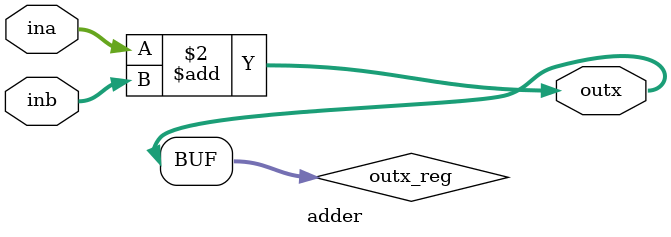
<source format=v>
module adder(ina, inb, outx);
	input [31:0] ina;
	input [31:0] inb;
	output [31:0] outx;

	reg [31:0] outx_reg;

	always @(ina or inb) begin
	  	outx_reg <= ina + inb;
	end
	
	assign outx = outx_reg;

endmodule

</source>
